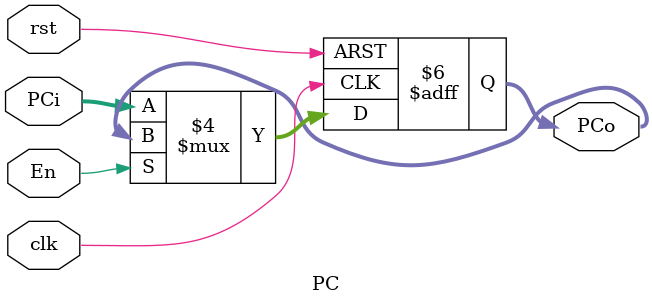
<source format=v>
module PC(
    input wire clk,rst,En,
    input wire [31:0] PCi ,
    output reg [31:0] PCo
);

    always @(posedge clk, negedge rst) begin
        if(!rst)
            PCo <= 32'b0;
        else if(!En)
            PCo <= PCi;
    end

endmodule
</source>
